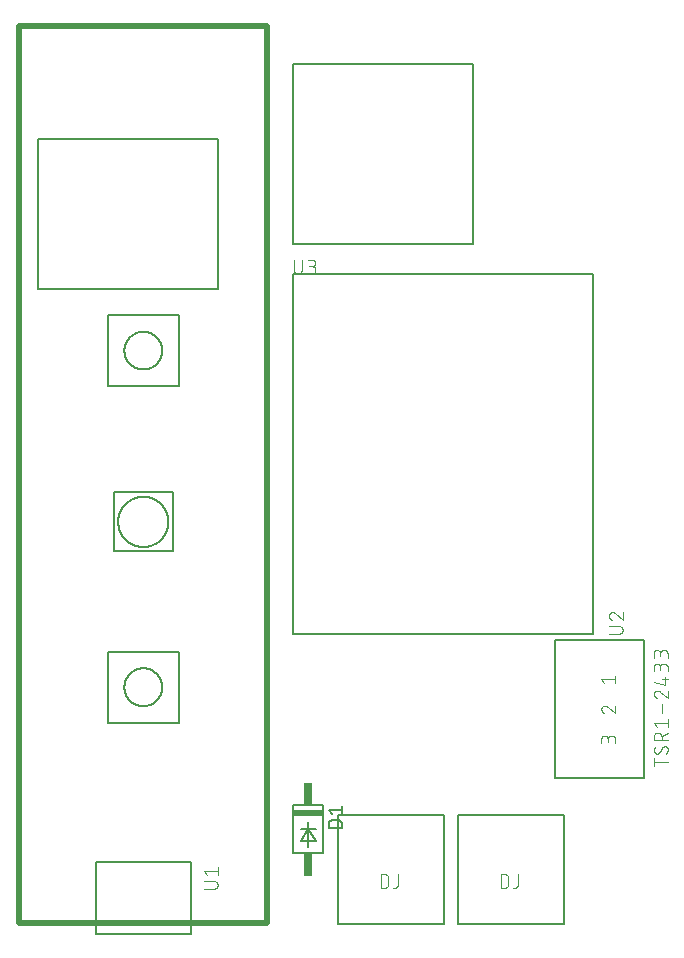
<source format=gbr>
G04 EAGLE Gerber RS-274X export*
G75*
%MOMM*%
%FSLAX34Y34*%
%LPD*%
%INSilkscreen Top*%
%IPPOS*%
%AMOC8*
5,1,8,0,0,1.08239X$1,22.5*%
G01*
%ADD10C,0.152400*%
%ADD11R,2.540000X0.508000*%
%ADD12R,0.762000X1.905000*%
%ADD13C,0.127000*%
%ADD14C,0.101600*%
%ADD15C,0.500000*%


D10*
X317500Y55880D02*
X317500Y96520D01*
X317500Y55880D02*
X342900Y55880D01*
X342900Y96520D01*
X317500Y96520D01*
X330200Y82550D02*
X330200Y76200D01*
X336550Y66040D02*
X323850Y66040D01*
X330200Y76200D01*
X330200Y60960D01*
X336550Y66040D02*
X330200Y76200D01*
X336550Y76200D01*
X330200Y76200D02*
X323850Y76200D01*
D11*
X330200Y90170D03*
D12*
X330200Y46355D03*
X330200Y106045D03*
D13*
X347345Y77724D02*
X358775Y77724D01*
X347345Y77724D02*
X347345Y80899D01*
X347347Y81010D01*
X347353Y81120D01*
X347362Y81231D01*
X347376Y81341D01*
X347393Y81450D01*
X347414Y81559D01*
X347439Y81667D01*
X347468Y81774D01*
X347500Y81880D01*
X347536Y81985D01*
X347576Y82088D01*
X347619Y82190D01*
X347666Y82291D01*
X347717Y82390D01*
X347770Y82487D01*
X347827Y82581D01*
X347888Y82674D01*
X347951Y82765D01*
X348018Y82854D01*
X348088Y82940D01*
X348161Y83023D01*
X348236Y83105D01*
X348314Y83183D01*
X348396Y83258D01*
X348479Y83331D01*
X348565Y83401D01*
X348654Y83468D01*
X348745Y83531D01*
X348838Y83592D01*
X348933Y83649D01*
X349029Y83702D01*
X349128Y83753D01*
X349229Y83800D01*
X349331Y83843D01*
X349434Y83883D01*
X349539Y83919D01*
X349645Y83951D01*
X349752Y83980D01*
X349860Y84005D01*
X349969Y84026D01*
X350078Y84043D01*
X350188Y84057D01*
X350299Y84066D01*
X350409Y84072D01*
X350520Y84074D01*
X355600Y84074D01*
X355711Y84072D01*
X355821Y84066D01*
X355932Y84057D01*
X356042Y84043D01*
X356151Y84026D01*
X356260Y84005D01*
X356368Y83980D01*
X356475Y83951D01*
X356581Y83919D01*
X356686Y83883D01*
X356789Y83843D01*
X356891Y83800D01*
X356992Y83753D01*
X357091Y83702D01*
X357188Y83649D01*
X357282Y83592D01*
X357375Y83531D01*
X357466Y83468D01*
X357555Y83401D01*
X357641Y83331D01*
X357724Y83258D01*
X357806Y83183D01*
X357884Y83105D01*
X357959Y83023D01*
X358032Y82940D01*
X358102Y82854D01*
X358169Y82765D01*
X358232Y82674D01*
X358293Y82581D01*
X358350Y82487D01*
X358403Y82390D01*
X358454Y82291D01*
X358501Y82190D01*
X358544Y82088D01*
X358584Y81985D01*
X358620Y81880D01*
X358652Y81774D01*
X358681Y81667D01*
X358706Y81559D01*
X358727Y81450D01*
X358744Y81341D01*
X358758Y81231D01*
X358767Y81120D01*
X358773Y81010D01*
X358775Y80899D01*
X358775Y77724D01*
X349885Y89535D02*
X347345Y92710D01*
X358775Y92710D01*
X358775Y89535D02*
X358775Y95885D01*
X456600Y88200D02*
X546700Y88200D01*
X546700Y-3800D01*
X456600Y-3800D01*
X456600Y88200D01*
D14*
X493108Y38392D02*
X493108Y26708D01*
X493108Y38392D02*
X496354Y38392D01*
X496467Y38390D01*
X496580Y38384D01*
X496693Y38374D01*
X496806Y38360D01*
X496918Y38343D01*
X497029Y38321D01*
X497139Y38296D01*
X497249Y38266D01*
X497357Y38233D01*
X497464Y38196D01*
X497570Y38156D01*
X497674Y38111D01*
X497777Y38063D01*
X497878Y38012D01*
X497977Y37957D01*
X498074Y37899D01*
X498169Y37837D01*
X498262Y37772D01*
X498352Y37704D01*
X498440Y37633D01*
X498526Y37558D01*
X498609Y37481D01*
X498689Y37401D01*
X498766Y37318D01*
X498841Y37232D01*
X498912Y37144D01*
X498980Y37054D01*
X499045Y36961D01*
X499107Y36866D01*
X499165Y36769D01*
X499220Y36670D01*
X499271Y36569D01*
X499319Y36466D01*
X499364Y36362D01*
X499404Y36256D01*
X499441Y36149D01*
X499474Y36041D01*
X499504Y35931D01*
X499529Y35821D01*
X499551Y35710D01*
X499568Y35598D01*
X499582Y35485D01*
X499592Y35372D01*
X499598Y35259D01*
X499600Y35146D01*
X499599Y35146D02*
X499599Y29954D01*
X499600Y29954D02*
X499598Y29841D01*
X499592Y29728D01*
X499582Y29615D01*
X499568Y29502D01*
X499551Y29390D01*
X499529Y29279D01*
X499504Y29169D01*
X499474Y29059D01*
X499441Y28951D01*
X499404Y28844D01*
X499364Y28738D01*
X499319Y28634D01*
X499271Y28531D01*
X499220Y28430D01*
X499165Y28331D01*
X499107Y28234D01*
X499045Y28139D01*
X498980Y28046D01*
X498912Y27956D01*
X498841Y27868D01*
X498766Y27782D01*
X498689Y27699D01*
X498609Y27619D01*
X498526Y27542D01*
X498440Y27467D01*
X498352Y27396D01*
X498262Y27328D01*
X498169Y27263D01*
X498074Y27201D01*
X497977Y27143D01*
X497878Y27088D01*
X497777Y27037D01*
X497674Y26989D01*
X497570Y26944D01*
X497464Y26904D01*
X497357Y26867D01*
X497249Y26834D01*
X497139Y26804D01*
X497029Y26779D01*
X496918Y26757D01*
X496806Y26740D01*
X496693Y26726D01*
X496580Y26716D01*
X496467Y26710D01*
X496354Y26708D01*
X493108Y26708D01*
X507647Y29304D02*
X507647Y38392D01*
X507646Y29304D02*
X507644Y29205D01*
X507638Y29105D01*
X507629Y29006D01*
X507616Y28908D01*
X507599Y28810D01*
X507578Y28712D01*
X507553Y28616D01*
X507525Y28521D01*
X507493Y28427D01*
X507458Y28334D01*
X507419Y28242D01*
X507376Y28152D01*
X507331Y28064D01*
X507281Y27977D01*
X507229Y27893D01*
X507173Y27810D01*
X507115Y27730D01*
X507053Y27652D01*
X506988Y27577D01*
X506920Y27504D01*
X506850Y27434D01*
X506777Y27366D01*
X506702Y27301D01*
X506624Y27239D01*
X506544Y27181D01*
X506461Y27125D01*
X506377Y27073D01*
X506290Y27023D01*
X506202Y26978D01*
X506112Y26935D01*
X506020Y26896D01*
X505927Y26861D01*
X505833Y26829D01*
X505738Y26801D01*
X505642Y26776D01*
X505544Y26755D01*
X505446Y26738D01*
X505348Y26725D01*
X505249Y26716D01*
X505149Y26710D01*
X505050Y26708D01*
X503752Y26708D01*
D13*
X445100Y88200D02*
X355000Y88200D01*
X445100Y88200D02*
X445100Y-3800D01*
X355000Y-3800D01*
X355000Y88200D01*
D14*
X391508Y38392D02*
X391508Y26708D01*
X391508Y38392D02*
X394754Y38392D01*
X394867Y38390D01*
X394980Y38384D01*
X395093Y38374D01*
X395206Y38360D01*
X395318Y38343D01*
X395429Y38321D01*
X395539Y38296D01*
X395649Y38266D01*
X395757Y38233D01*
X395864Y38196D01*
X395970Y38156D01*
X396074Y38111D01*
X396177Y38063D01*
X396278Y38012D01*
X396377Y37957D01*
X396474Y37899D01*
X396569Y37837D01*
X396662Y37772D01*
X396752Y37704D01*
X396840Y37633D01*
X396926Y37558D01*
X397009Y37481D01*
X397089Y37401D01*
X397166Y37318D01*
X397241Y37232D01*
X397312Y37144D01*
X397380Y37054D01*
X397445Y36961D01*
X397507Y36866D01*
X397565Y36769D01*
X397620Y36670D01*
X397671Y36569D01*
X397719Y36466D01*
X397764Y36362D01*
X397804Y36256D01*
X397841Y36149D01*
X397874Y36041D01*
X397904Y35931D01*
X397929Y35821D01*
X397951Y35710D01*
X397968Y35598D01*
X397982Y35485D01*
X397992Y35372D01*
X397998Y35259D01*
X398000Y35146D01*
X397999Y35146D02*
X397999Y29954D01*
X398000Y29954D02*
X397998Y29841D01*
X397992Y29728D01*
X397982Y29615D01*
X397968Y29502D01*
X397951Y29390D01*
X397929Y29279D01*
X397904Y29169D01*
X397874Y29059D01*
X397841Y28951D01*
X397804Y28844D01*
X397764Y28738D01*
X397719Y28634D01*
X397671Y28531D01*
X397620Y28430D01*
X397565Y28331D01*
X397507Y28234D01*
X397445Y28139D01*
X397380Y28046D01*
X397312Y27956D01*
X397241Y27868D01*
X397166Y27782D01*
X397089Y27699D01*
X397009Y27619D01*
X396926Y27542D01*
X396840Y27467D01*
X396752Y27396D01*
X396662Y27328D01*
X396569Y27263D01*
X396474Y27201D01*
X396377Y27143D01*
X396278Y27088D01*
X396177Y27037D01*
X396074Y26989D01*
X395970Y26944D01*
X395864Y26904D01*
X395757Y26867D01*
X395649Y26834D01*
X395539Y26804D01*
X395429Y26779D01*
X395318Y26757D01*
X395206Y26740D01*
X395093Y26726D01*
X394980Y26716D01*
X394867Y26710D01*
X394754Y26708D01*
X391508Y26708D01*
X406047Y29304D02*
X406047Y38392D01*
X406046Y29304D02*
X406044Y29205D01*
X406038Y29105D01*
X406029Y29006D01*
X406016Y28908D01*
X405999Y28810D01*
X405978Y28712D01*
X405953Y28616D01*
X405925Y28521D01*
X405893Y28427D01*
X405858Y28334D01*
X405819Y28242D01*
X405776Y28152D01*
X405731Y28064D01*
X405681Y27977D01*
X405629Y27893D01*
X405573Y27810D01*
X405515Y27730D01*
X405453Y27652D01*
X405388Y27577D01*
X405320Y27504D01*
X405250Y27434D01*
X405177Y27366D01*
X405102Y27301D01*
X405024Y27239D01*
X404944Y27181D01*
X404861Y27125D01*
X404777Y27073D01*
X404690Y27023D01*
X404602Y26978D01*
X404512Y26935D01*
X404420Y26896D01*
X404327Y26861D01*
X404233Y26829D01*
X404138Y26801D01*
X404042Y26776D01*
X403944Y26755D01*
X403846Y26738D01*
X403748Y26725D01*
X403649Y26716D01*
X403549Y26710D01*
X403450Y26708D01*
X402152Y26708D01*
D13*
X538800Y236200D02*
X614800Y236200D01*
X538800Y236200D02*
X538800Y119400D01*
X614800Y119400D01*
X614800Y236200D01*
D14*
X578358Y203200D02*
X580954Y199954D01*
X578358Y203200D02*
X590042Y203200D01*
X590042Y199954D02*
X590042Y206446D01*
X581279Y181046D02*
X581172Y181044D01*
X581066Y181038D01*
X580960Y181028D01*
X580854Y181015D01*
X580748Y180997D01*
X580644Y180976D01*
X580540Y180951D01*
X580437Y180922D01*
X580336Y180890D01*
X580236Y180853D01*
X580137Y180813D01*
X580039Y180770D01*
X579943Y180723D01*
X579849Y180672D01*
X579757Y180618D01*
X579667Y180561D01*
X579579Y180501D01*
X579494Y180437D01*
X579411Y180370D01*
X579330Y180300D01*
X579252Y180228D01*
X579176Y180152D01*
X579104Y180074D01*
X579034Y179993D01*
X578967Y179910D01*
X578903Y179825D01*
X578843Y179737D01*
X578786Y179647D01*
X578732Y179555D01*
X578681Y179461D01*
X578634Y179365D01*
X578591Y179267D01*
X578551Y179168D01*
X578514Y179068D01*
X578482Y178967D01*
X578453Y178864D01*
X578428Y178760D01*
X578407Y178656D01*
X578389Y178550D01*
X578376Y178444D01*
X578366Y178338D01*
X578360Y178232D01*
X578358Y178125D01*
X578360Y178004D01*
X578366Y177883D01*
X578376Y177763D01*
X578389Y177642D01*
X578407Y177523D01*
X578428Y177403D01*
X578453Y177285D01*
X578482Y177168D01*
X578515Y177051D01*
X578551Y176936D01*
X578592Y176822D01*
X578635Y176709D01*
X578683Y176597D01*
X578734Y176488D01*
X578789Y176380D01*
X578847Y176273D01*
X578908Y176169D01*
X578973Y176067D01*
X579041Y175967D01*
X579112Y175869D01*
X579186Y175773D01*
X579263Y175680D01*
X579344Y175590D01*
X579427Y175502D01*
X579513Y175417D01*
X579602Y175334D01*
X579693Y175255D01*
X579787Y175178D01*
X579883Y175105D01*
X579981Y175035D01*
X580082Y174968D01*
X580185Y174904D01*
X580290Y174844D01*
X580397Y174786D01*
X580505Y174733D01*
X580615Y174683D01*
X580727Y174637D01*
X580840Y174594D01*
X580955Y174555D01*
X583551Y180071D02*
X583473Y180150D01*
X583393Y180226D01*
X583310Y180299D01*
X583224Y180369D01*
X583137Y180436D01*
X583046Y180500D01*
X582954Y180560D01*
X582860Y180618D01*
X582763Y180672D01*
X582665Y180722D01*
X582565Y180769D01*
X582464Y180813D01*
X582361Y180853D01*
X582256Y180889D01*
X582151Y180921D01*
X582044Y180950D01*
X581937Y180975D01*
X581828Y180997D01*
X581719Y181014D01*
X581610Y181028D01*
X581500Y181037D01*
X581389Y181043D01*
X581279Y181045D01*
X583551Y180072D02*
X590042Y174554D01*
X590042Y181046D01*
X590042Y152400D02*
X590042Y149154D01*
X590042Y152400D02*
X590040Y152513D01*
X590034Y152626D01*
X590024Y152739D01*
X590010Y152852D01*
X589993Y152964D01*
X589971Y153075D01*
X589946Y153185D01*
X589916Y153295D01*
X589883Y153403D01*
X589846Y153510D01*
X589806Y153616D01*
X589761Y153720D01*
X589713Y153823D01*
X589662Y153924D01*
X589607Y154023D01*
X589549Y154120D01*
X589487Y154215D01*
X589422Y154308D01*
X589354Y154398D01*
X589283Y154486D01*
X589208Y154572D01*
X589131Y154655D01*
X589051Y154735D01*
X588968Y154812D01*
X588882Y154887D01*
X588794Y154958D01*
X588704Y155026D01*
X588611Y155091D01*
X588516Y155153D01*
X588419Y155211D01*
X588320Y155266D01*
X588219Y155317D01*
X588116Y155365D01*
X588012Y155410D01*
X587906Y155450D01*
X587799Y155487D01*
X587691Y155520D01*
X587581Y155550D01*
X587471Y155575D01*
X587360Y155597D01*
X587248Y155614D01*
X587135Y155628D01*
X587022Y155638D01*
X586909Y155644D01*
X586796Y155646D01*
X586683Y155644D01*
X586570Y155638D01*
X586457Y155628D01*
X586344Y155614D01*
X586232Y155597D01*
X586121Y155575D01*
X586011Y155550D01*
X585901Y155520D01*
X585793Y155487D01*
X585686Y155450D01*
X585580Y155410D01*
X585476Y155365D01*
X585373Y155317D01*
X585272Y155266D01*
X585173Y155211D01*
X585076Y155153D01*
X584981Y155091D01*
X584888Y155026D01*
X584798Y154958D01*
X584710Y154887D01*
X584624Y154812D01*
X584541Y154735D01*
X584461Y154655D01*
X584384Y154572D01*
X584309Y154486D01*
X584238Y154398D01*
X584170Y154308D01*
X584105Y154215D01*
X584043Y154120D01*
X583985Y154023D01*
X583930Y153924D01*
X583879Y153823D01*
X583831Y153720D01*
X583786Y153616D01*
X583746Y153510D01*
X583709Y153403D01*
X583676Y153295D01*
X583646Y153185D01*
X583621Y153075D01*
X583599Y152964D01*
X583582Y152852D01*
X583568Y152739D01*
X583558Y152626D01*
X583552Y152513D01*
X583550Y152400D01*
X578358Y153049D02*
X578358Y149154D01*
X578358Y153049D02*
X578360Y153150D01*
X578366Y153250D01*
X578376Y153350D01*
X578389Y153450D01*
X578407Y153549D01*
X578428Y153648D01*
X578453Y153745D01*
X578482Y153842D01*
X578515Y153937D01*
X578551Y154031D01*
X578591Y154123D01*
X578634Y154214D01*
X578681Y154303D01*
X578731Y154390D01*
X578785Y154476D01*
X578842Y154559D01*
X578902Y154639D01*
X578965Y154718D01*
X579032Y154794D01*
X579101Y154867D01*
X579173Y154937D01*
X579247Y155005D01*
X579324Y155070D01*
X579404Y155131D01*
X579486Y155190D01*
X579570Y155245D01*
X579656Y155297D01*
X579744Y155346D01*
X579834Y155391D01*
X579926Y155433D01*
X580019Y155471D01*
X580114Y155505D01*
X580209Y155536D01*
X580306Y155563D01*
X580404Y155586D01*
X580503Y155606D01*
X580603Y155621D01*
X580703Y155633D01*
X580803Y155641D01*
X580904Y155645D01*
X581004Y155645D01*
X581105Y155641D01*
X581205Y155633D01*
X581305Y155621D01*
X581405Y155606D01*
X581504Y155586D01*
X581602Y155563D01*
X581699Y155536D01*
X581794Y155505D01*
X581889Y155471D01*
X581982Y155433D01*
X582074Y155391D01*
X582164Y155346D01*
X582252Y155297D01*
X582338Y155245D01*
X582422Y155190D01*
X582504Y155131D01*
X582584Y155070D01*
X582661Y155005D01*
X582735Y154937D01*
X582807Y154867D01*
X582876Y154794D01*
X582943Y154718D01*
X583006Y154639D01*
X583066Y154559D01*
X583123Y154476D01*
X583177Y154390D01*
X583227Y154303D01*
X583274Y154214D01*
X583317Y154123D01*
X583357Y154031D01*
X583393Y153937D01*
X583426Y153842D01*
X583455Y153745D01*
X583480Y153648D01*
X583501Y153549D01*
X583519Y153450D01*
X583532Y153350D01*
X583542Y153250D01*
X583548Y153150D01*
X583550Y153049D01*
X583551Y153049D02*
X583551Y150453D01*
X622808Y133026D02*
X634492Y133026D01*
X622808Y129780D02*
X622808Y136271D01*
X631896Y146558D02*
X631995Y146556D01*
X632095Y146550D01*
X632194Y146541D01*
X632292Y146528D01*
X632390Y146511D01*
X632488Y146490D01*
X632584Y146465D01*
X632679Y146437D01*
X632773Y146405D01*
X632866Y146370D01*
X632958Y146331D01*
X633048Y146288D01*
X633136Y146243D01*
X633223Y146193D01*
X633307Y146141D01*
X633390Y146085D01*
X633470Y146027D01*
X633548Y145965D01*
X633623Y145900D01*
X633696Y145832D01*
X633766Y145762D01*
X633834Y145689D01*
X633899Y145614D01*
X633961Y145536D01*
X634019Y145456D01*
X634075Y145373D01*
X634127Y145289D01*
X634177Y145202D01*
X634222Y145114D01*
X634265Y145024D01*
X634304Y144932D01*
X634339Y144839D01*
X634371Y144745D01*
X634399Y144650D01*
X634424Y144554D01*
X634445Y144456D01*
X634462Y144358D01*
X634475Y144260D01*
X634484Y144161D01*
X634490Y144061D01*
X634492Y143962D01*
X634490Y143818D01*
X634484Y143673D01*
X634475Y143529D01*
X634462Y143386D01*
X634445Y143242D01*
X634424Y143099D01*
X634399Y142957D01*
X634371Y142816D01*
X634339Y142675D01*
X634303Y142535D01*
X634264Y142396D01*
X634221Y142258D01*
X634174Y142122D01*
X634124Y141986D01*
X634070Y141852D01*
X634013Y141720D01*
X633952Y141589D01*
X633888Y141460D01*
X633820Y141332D01*
X633750Y141206D01*
X633675Y141082D01*
X633598Y140961D01*
X633517Y140841D01*
X633434Y140723D01*
X633347Y140608D01*
X633257Y140495D01*
X633164Y140384D01*
X633069Y140276D01*
X632970Y140170D01*
X632869Y140067D01*
X625404Y140392D02*
X625305Y140394D01*
X625205Y140400D01*
X625106Y140409D01*
X625008Y140422D01*
X624910Y140439D01*
X624812Y140460D01*
X624716Y140485D01*
X624621Y140513D01*
X624527Y140545D01*
X624434Y140580D01*
X624342Y140619D01*
X624252Y140662D01*
X624164Y140707D01*
X624077Y140757D01*
X623993Y140809D01*
X623910Y140865D01*
X623830Y140923D01*
X623752Y140985D01*
X623677Y141050D01*
X623604Y141118D01*
X623534Y141188D01*
X623466Y141261D01*
X623401Y141336D01*
X623339Y141414D01*
X623281Y141494D01*
X623225Y141577D01*
X623173Y141661D01*
X623123Y141748D01*
X623078Y141836D01*
X623035Y141926D01*
X622996Y142018D01*
X622961Y142111D01*
X622929Y142205D01*
X622901Y142300D01*
X622876Y142396D01*
X622855Y142494D01*
X622838Y142592D01*
X622825Y142690D01*
X622816Y142789D01*
X622810Y142889D01*
X622808Y142988D01*
X622810Y143124D01*
X622816Y143260D01*
X622825Y143396D01*
X622838Y143532D01*
X622856Y143667D01*
X622876Y143801D01*
X622901Y143935D01*
X622929Y144069D01*
X622962Y144201D01*
X622997Y144332D01*
X623037Y144463D01*
X623080Y144592D01*
X623126Y144720D01*
X623177Y144846D01*
X623230Y144972D01*
X623288Y145095D01*
X623348Y145217D01*
X623412Y145337D01*
X623480Y145456D01*
X623550Y145572D01*
X623624Y145686D01*
X623701Y145799D01*
X623782Y145909D01*
X627676Y141690D02*
X627623Y141604D01*
X627566Y141520D01*
X627507Y141438D01*
X627444Y141358D01*
X627378Y141281D01*
X627310Y141206D01*
X627238Y141134D01*
X627164Y141065D01*
X627087Y140999D01*
X627008Y140936D01*
X626926Y140876D01*
X626842Y140819D01*
X626756Y140765D01*
X626668Y140715D01*
X626578Y140668D01*
X626487Y140624D01*
X626393Y140585D01*
X626299Y140548D01*
X626203Y140516D01*
X626105Y140487D01*
X626007Y140462D01*
X625908Y140441D01*
X625808Y140423D01*
X625708Y140410D01*
X625607Y140400D01*
X625505Y140394D01*
X625404Y140392D01*
X629624Y145260D02*
X629677Y145346D01*
X629734Y145430D01*
X629793Y145512D01*
X629856Y145592D01*
X629922Y145669D01*
X629990Y145744D01*
X630062Y145816D01*
X630136Y145885D01*
X630213Y145951D01*
X630292Y146014D01*
X630374Y146074D01*
X630458Y146131D01*
X630544Y146185D01*
X630632Y146235D01*
X630722Y146282D01*
X630813Y146326D01*
X630907Y146365D01*
X631001Y146402D01*
X631097Y146434D01*
X631195Y146463D01*
X631293Y146488D01*
X631392Y146509D01*
X631492Y146527D01*
X631592Y146540D01*
X631693Y146550D01*
X631795Y146556D01*
X631896Y146558D01*
X629624Y145260D02*
X627676Y141690D01*
X622808Y151571D02*
X634492Y151571D01*
X622808Y151571D02*
X622808Y154816D01*
X622810Y154929D01*
X622816Y155042D01*
X622826Y155155D01*
X622840Y155268D01*
X622857Y155380D01*
X622879Y155491D01*
X622904Y155601D01*
X622934Y155711D01*
X622967Y155819D01*
X623004Y155926D01*
X623044Y156032D01*
X623089Y156136D01*
X623137Y156239D01*
X623188Y156340D01*
X623243Y156439D01*
X623301Y156536D01*
X623363Y156631D01*
X623428Y156724D01*
X623496Y156814D01*
X623567Y156902D01*
X623642Y156988D01*
X623719Y157071D01*
X623799Y157151D01*
X623882Y157228D01*
X623968Y157303D01*
X624056Y157374D01*
X624146Y157442D01*
X624239Y157507D01*
X624334Y157569D01*
X624431Y157627D01*
X624530Y157682D01*
X624631Y157733D01*
X624734Y157781D01*
X624838Y157826D01*
X624944Y157866D01*
X625051Y157903D01*
X625159Y157936D01*
X625269Y157966D01*
X625379Y157991D01*
X625490Y158013D01*
X625602Y158030D01*
X625715Y158044D01*
X625828Y158054D01*
X625941Y158060D01*
X626054Y158062D01*
X626167Y158060D01*
X626280Y158054D01*
X626393Y158044D01*
X626506Y158030D01*
X626618Y158013D01*
X626729Y157991D01*
X626839Y157966D01*
X626949Y157936D01*
X627057Y157903D01*
X627164Y157866D01*
X627270Y157826D01*
X627374Y157781D01*
X627477Y157733D01*
X627578Y157682D01*
X627677Y157627D01*
X627774Y157569D01*
X627869Y157507D01*
X627962Y157442D01*
X628052Y157374D01*
X628140Y157303D01*
X628226Y157228D01*
X628309Y157151D01*
X628389Y157071D01*
X628466Y156988D01*
X628541Y156902D01*
X628612Y156814D01*
X628680Y156724D01*
X628745Y156631D01*
X628807Y156536D01*
X628865Y156439D01*
X628920Y156340D01*
X628971Y156239D01*
X629019Y156136D01*
X629064Y156032D01*
X629104Y155926D01*
X629141Y155819D01*
X629174Y155711D01*
X629204Y155601D01*
X629229Y155491D01*
X629251Y155380D01*
X629268Y155268D01*
X629282Y155155D01*
X629292Y155042D01*
X629298Y154929D01*
X629300Y154816D01*
X629299Y154816D02*
X629299Y151571D01*
X629299Y155465D02*
X634492Y158062D01*
X625404Y162927D02*
X622808Y166173D01*
X634492Y166173D01*
X634492Y169418D02*
X634492Y162927D01*
X629948Y174470D02*
X629948Y182259D01*
X622808Y190881D02*
X622810Y190988D01*
X622816Y191094D01*
X622826Y191200D01*
X622839Y191306D01*
X622857Y191412D01*
X622878Y191516D01*
X622903Y191620D01*
X622932Y191723D01*
X622964Y191824D01*
X623001Y191924D01*
X623041Y192023D01*
X623084Y192121D01*
X623131Y192217D01*
X623182Y192311D01*
X623236Y192403D01*
X623293Y192493D01*
X623353Y192581D01*
X623417Y192666D01*
X623484Y192749D01*
X623554Y192830D01*
X623626Y192908D01*
X623702Y192984D01*
X623780Y193056D01*
X623861Y193126D01*
X623944Y193193D01*
X624029Y193257D01*
X624117Y193317D01*
X624207Y193374D01*
X624299Y193428D01*
X624393Y193479D01*
X624489Y193526D01*
X624587Y193569D01*
X624686Y193609D01*
X624786Y193646D01*
X624887Y193678D01*
X624990Y193707D01*
X625094Y193732D01*
X625198Y193753D01*
X625304Y193771D01*
X625410Y193784D01*
X625516Y193794D01*
X625622Y193800D01*
X625729Y193802D01*
X622808Y190881D02*
X622810Y190760D01*
X622816Y190639D01*
X622826Y190519D01*
X622839Y190398D01*
X622857Y190279D01*
X622878Y190159D01*
X622903Y190041D01*
X622932Y189924D01*
X622965Y189807D01*
X623001Y189692D01*
X623042Y189578D01*
X623085Y189465D01*
X623133Y189353D01*
X623184Y189244D01*
X623239Y189136D01*
X623297Y189029D01*
X623358Y188925D01*
X623423Y188823D01*
X623491Y188723D01*
X623562Y188625D01*
X623636Y188529D01*
X623713Y188436D01*
X623794Y188346D01*
X623877Y188258D01*
X623963Y188173D01*
X624052Y188090D01*
X624143Y188011D01*
X624237Y187934D01*
X624333Y187861D01*
X624431Y187791D01*
X624532Y187724D01*
X624635Y187660D01*
X624740Y187600D01*
X624847Y187542D01*
X624955Y187489D01*
X625065Y187439D01*
X625177Y187393D01*
X625290Y187350D01*
X625405Y187311D01*
X628001Y192828D02*
X627923Y192907D01*
X627843Y192983D01*
X627760Y193056D01*
X627674Y193126D01*
X627587Y193193D01*
X627496Y193257D01*
X627404Y193317D01*
X627310Y193375D01*
X627213Y193429D01*
X627115Y193479D01*
X627015Y193526D01*
X626914Y193570D01*
X626811Y193610D01*
X626706Y193646D01*
X626601Y193678D01*
X626494Y193707D01*
X626387Y193732D01*
X626278Y193754D01*
X626169Y193771D01*
X626060Y193785D01*
X625950Y193794D01*
X625839Y193800D01*
X625729Y193802D01*
X628001Y192828D02*
X634492Y187311D01*
X634492Y193802D01*
X631896Y198741D02*
X622808Y201337D01*
X631896Y198741D02*
X631896Y205232D01*
X629299Y203285D02*
X634492Y203285D01*
X634492Y210171D02*
X634492Y213416D01*
X634490Y213529D01*
X634484Y213642D01*
X634474Y213755D01*
X634460Y213868D01*
X634443Y213980D01*
X634421Y214091D01*
X634396Y214201D01*
X634366Y214311D01*
X634333Y214419D01*
X634296Y214526D01*
X634256Y214632D01*
X634211Y214736D01*
X634163Y214839D01*
X634112Y214940D01*
X634057Y215039D01*
X633999Y215136D01*
X633937Y215231D01*
X633872Y215324D01*
X633804Y215414D01*
X633733Y215502D01*
X633658Y215588D01*
X633581Y215671D01*
X633501Y215751D01*
X633418Y215828D01*
X633332Y215903D01*
X633244Y215974D01*
X633154Y216042D01*
X633061Y216107D01*
X632966Y216169D01*
X632869Y216227D01*
X632770Y216282D01*
X632669Y216333D01*
X632566Y216381D01*
X632462Y216426D01*
X632356Y216466D01*
X632249Y216503D01*
X632141Y216536D01*
X632031Y216566D01*
X631921Y216591D01*
X631810Y216613D01*
X631698Y216630D01*
X631585Y216644D01*
X631472Y216654D01*
X631359Y216660D01*
X631246Y216662D01*
X631133Y216660D01*
X631020Y216654D01*
X630907Y216644D01*
X630794Y216630D01*
X630682Y216613D01*
X630571Y216591D01*
X630461Y216566D01*
X630351Y216536D01*
X630243Y216503D01*
X630136Y216466D01*
X630030Y216426D01*
X629926Y216381D01*
X629823Y216333D01*
X629722Y216282D01*
X629623Y216227D01*
X629526Y216169D01*
X629431Y216107D01*
X629338Y216042D01*
X629248Y215974D01*
X629160Y215903D01*
X629074Y215828D01*
X628991Y215751D01*
X628911Y215671D01*
X628834Y215588D01*
X628759Y215502D01*
X628688Y215414D01*
X628620Y215324D01*
X628555Y215231D01*
X628493Y215136D01*
X628435Y215039D01*
X628380Y214940D01*
X628329Y214839D01*
X628281Y214736D01*
X628236Y214632D01*
X628196Y214526D01*
X628159Y214419D01*
X628126Y214311D01*
X628096Y214201D01*
X628071Y214091D01*
X628049Y213980D01*
X628032Y213868D01*
X628018Y213755D01*
X628008Y213642D01*
X628002Y213529D01*
X628000Y213416D01*
X622808Y214066D02*
X622808Y210171D01*
X622808Y214066D02*
X622810Y214167D01*
X622816Y214267D01*
X622826Y214367D01*
X622839Y214467D01*
X622857Y214566D01*
X622878Y214665D01*
X622903Y214762D01*
X622932Y214859D01*
X622965Y214954D01*
X623001Y215048D01*
X623041Y215140D01*
X623084Y215231D01*
X623131Y215320D01*
X623181Y215407D01*
X623235Y215493D01*
X623292Y215576D01*
X623352Y215656D01*
X623415Y215735D01*
X623482Y215811D01*
X623551Y215884D01*
X623623Y215954D01*
X623697Y216022D01*
X623774Y216087D01*
X623854Y216148D01*
X623936Y216207D01*
X624020Y216262D01*
X624106Y216314D01*
X624194Y216363D01*
X624284Y216408D01*
X624376Y216450D01*
X624469Y216488D01*
X624564Y216522D01*
X624659Y216553D01*
X624756Y216580D01*
X624854Y216603D01*
X624953Y216623D01*
X625053Y216638D01*
X625153Y216650D01*
X625253Y216658D01*
X625354Y216662D01*
X625454Y216662D01*
X625555Y216658D01*
X625655Y216650D01*
X625755Y216638D01*
X625855Y216623D01*
X625954Y216603D01*
X626052Y216580D01*
X626149Y216553D01*
X626244Y216522D01*
X626339Y216488D01*
X626432Y216450D01*
X626524Y216408D01*
X626614Y216363D01*
X626702Y216314D01*
X626788Y216262D01*
X626872Y216207D01*
X626954Y216148D01*
X627034Y216087D01*
X627111Y216022D01*
X627185Y215954D01*
X627257Y215884D01*
X627326Y215811D01*
X627393Y215735D01*
X627456Y215656D01*
X627516Y215576D01*
X627573Y215493D01*
X627627Y215407D01*
X627677Y215320D01*
X627724Y215231D01*
X627767Y215140D01*
X627807Y215048D01*
X627843Y214954D01*
X627876Y214859D01*
X627905Y214762D01*
X627930Y214665D01*
X627951Y214566D01*
X627969Y214467D01*
X627982Y214367D01*
X627992Y214267D01*
X627998Y214167D01*
X628000Y214066D01*
X628001Y214066D02*
X628001Y211469D01*
X634492Y221601D02*
X634492Y224846D01*
X634490Y224959D01*
X634484Y225072D01*
X634474Y225185D01*
X634460Y225298D01*
X634443Y225410D01*
X634421Y225521D01*
X634396Y225631D01*
X634366Y225741D01*
X634333Y225849D01*
X634296Y225956D01*
X634256Y226062D01*
X634211Y226166D01*
X634163Y226269D01*
X634112Y226370D01*
X634057Y226469D01*
X633999Y226566D01*
X633937Y226661D01*
X633872Y226754D01*
X633804Y226844D01*
X633733Y226932D01*
X633658Y227018D01*
X633581Y227101D01*
X633501Y227181D01*
X633418Y227258D01*
X633332Y227333D01*
X633244Y227404D01*
X633154Y227472D01*
X633061Y227537D01*
X632966Y227599D01*
X632869Y227657D01*
X632770Y227712D01*
X632669Y227763D01*
X632566Y227811D01*
X632462Y227856D01*
X632356Y227896D01*
X632249Y227933D01*
X632141Y227966D01*
X632031Y227996D01*
X631921Y228021D01*
X631810Y228043D01*
X631698Y228060D01*
X631585Y228074D01*
X631472Y228084D01*
X631359Y228090D01*
X631246Y228092D01*
X631133Y228090D01*
X631020Y228084D01*
X630907Y228074D01*
X630794Y228060D01*
X630682Y228043D01*
X630571Y228021D01*
X630461Y227996D01*
X630351Y227966D01*
X630243Y227933D01*
X630136Y227896D01*
X630030Y227856D01*
X629926Y227811D01*
X629823Y227763D01*
X629722Y227712D01*
X629623Y227657D01*
X629526Y227599D01*
X629431Y227537D01*
X629338Y227472D01*
X629248Y227404D01*
X629160Y227333D01*
X629074Y227258D01*
X628991Y227181D01*
X628911Y227101D01*
X628834Y227018D01*
X628759Y226932D01*
X628688Y226844D01*
X628620Y226754D01*
X628555Y226661D01*
X628493Y226566D01*
X628435Y226469D01*
X628380Y226370D01*
X628329Y226269D01*
X628281Y226166D01*
X628236Y226062D01*
X628196Y225956D01*
X628159Y225849D01*
X628126Y225741D01*
X628096Y225631D01*
X628071Y225521D01*
X628049Y225410D01*
X628032Y225298D01*
X628018Y225185D01*
X628008Y225072D01*
X628002Y224959D01*
X628000Y224846D01*
X622808Y225496D02*
X622808Y221601D01*
X622808Y225496D02*
X622810Y225597D01*
X622816Y225697D01*
X622826Y225797D01*
X622839Y225897D01*
X622857Y225996D01*
X622878Y226095D01*
X622903Y226192D01*
X622932Y226289D01*
X622965Y226384D01*
X623001Y226478D01*
X623041Y226570D01*
X623084Y226661D01*
X623131Y226750D01*
X623181Y226837D01*
X623235Y226923D01*
X623292Y227006D01*
X623352Y227086D01*
X623415Y227165D01*
X623482Y227241D01*
X623551Y227314D01*
X623623Y227384D01*
X623697Y227452D01*
X623774Y227517D01*
X623854Y227578D01*
X623936Y227637D01*
X624020Y227692D01*
X624106Y227744D01*
X624194Y227793D01*
X624284Y227838D01*
X624376Y227880D01*
X624469Y227918D01*
X624564Y227952D01*
X624659Y227983D01*
X624756Y228010D01*
X624854Y228033D01*
X624953Y228053D01*
X625053Y228068D01*
X625153Y228080D01*
X625253Y228088D01*
X625354Y228092D01*
X625454Y228092D01*
X625555Y228088D01*
X625655Y228080D01*
X625755Y228068D01*
X625855Y228053D01*
X625954Y228033D01*
X626052Y228010D01*
X626149Y227983D01*
X626244Y227952D01*
X626339Y227918D01*
X626432Y227880D01*
X626524Y227838D01*
X626614Y227793D01*
X626702Y227744D01*
X626788Y227692D01*
X626872Y227637D01*
X626954Y227578D01*
X627034Y227517D01*
X627111Y227452D01*
X627185Y227384D01*
X627257Y227314D01*
X627326Y227241D01*
X627393Y227165D01*
X627456Y227086D01*
X627516Y227006D01*
X627573Y226923D01*
X627627Y226837D01*
X627677Y226750D01*
X627724Y226661D01*
X627767Y226570D01*
X627807Y226478D01*
X627843Y226384D01*
X627876Y226289D01*
X627905Y226192D01*
X627930Y226095D01*
X627951Y225996D01*
X627969Y225897D01*
X627982Y225797D01*
X627992Y225697D01*
X627998Y225597D01*
X628000Y225496D01*
X628001Y225496D02*
X628001Y222899D01*
D15*
X295500Y-3300D02*
X85500Y-3300D01*
X85500Y756700D02*
X295500Y756700D01*
X85500Y756700D02*
X85500Y-3300D01*
D13*
X165500Y311700D02*
X165500Y361700D01*
X165500Y311700D02*
X215500Y311700D01*
X215500Y361700D01*
X165500Y361700D01*
X150500Y48700D02*
X150500Y-12700D01*
X230500Y-12700D01*
X230500Y48700D01*
X150500Y48700D01*
X160500Y166700D02*
X160500Y226700D01*
X220500Y226700D01*
X220500Y166700D01*
X160500Y166700D01*
X160500Y511700D02*
X220500Y511700D01*
X220500Y451700D01*
X160500Y451700D01*
X160500Y511700D01*
X101600Y533400D02*
X101600Y660400D01*
X101600Y533400D02*
X254000Y533400D01*
X254000Y660400D01*
X101600Y660400D01*
D15*
X295500Y756700D02*
X295500Y-3300D01*
D13*
X174500Y196700D02*
X174505Y197093D01*
X174519Y197485D01*
X174543Y197877D01*
X174577Y198268D01*
X174620Y198659D01*
X174673Y199048D01*
X174736Y199435D01*
X174807Y199821D01*
X174889Y200206D01*
X174979Y200588D01*
X175080Y200967D01*
X175189Y201345D01*
X175308Y201719D01*
X175435Y202090D01*
X175572Y202458D01*
X175718Y202823D01*
X175873Y203184D01*
X176036Y203541D01*
X176208Y203894D01*
X176389Y204242D01*
X176579Y204586D01*
X176776Y204926D01*
X176982Y205260D01*
X177196Y205589D01*
X177419Y205913D01*
X177649Y206231D01*
X177886Y206544D01*
X178132Y206850D01*
X178385Y207151D01*
X178645Y207445D01*
X178912Y207733D01*
X179186Y208014D01*
X179467Y208288D01*
X179755Y208555D01*
X180049Y208815D01*
X180350Y209068D01*
X180656Y209314D01*
X180969Y209551D01*
X181287Y209781D01*
X181611Y210004D01*
X181940Y210218D01*
X182274Y210424D01*
X182614Y210621D01*
X182958Y210811D01*
X183306Y210992D01*
X183659Y211164D01*
X184016Y211327D01*
X184377Y211482D01*
X184742Y211628D01*
X185110Y211765D01*
X185481Y211892D01*
X185855Y212011D01*
X186233Y212120D01*
X186612Y212221D01*
X186994Y212311D01*
X187379Y212393D01*
X187765Y212464D01*
X188152Y212527D01*
X188541Y212580D01*
X188932Y212623D01*
X189323Y212657D01*
X189715Y212681D01*
X190107Y212695D01*
X190500Y212700D01*
X190893Y212695D01*
X191285Y212681D01*
X191677Y212657D01*
X192068Y212623D01*
X192459Y212580D01*
X192848Y212527D01*
X193235Y212464D01*
X193621Y212393D01*
X194006Y212311D01*
X194388Y212221D01*
X194767Y212120D01*
X195145Y212011D01*
X195519Y211892D01*
X195890Y211765D01*
X196258Y211628D01*
X196623Y211482D01*
X196984Y211327D01*
X197341Y211164D01*
X197694Y210992D01*
X198042Y210811D01*
X198386Y210621D01*
X198726Y210424D01*
X199060Y210218D01*
X199389Y210004D01*
X199713Y209781D01*
X200031Y209551D01*
X200344Y209314D01*
X200650Y209068D01*
X200951Y208815D01*
X201245Y208555D01*
X201533Y208288D01*
X201814Y208014D01*
X202088Y207733D01*
X202355Y207445D01*
X202615Y207151D01*
X202868Y206850D01*
X203114Y206544D01*
X203351Y206231D01*
X203581Y205913D01*
X203804Y205589D01*
X204018Y205260D01*
X204224Y204926D01*
X204421Y204586D01*
X204611Y204242D01*
X204792Y203894D01*
X204964Y203541D01*
X205127Y203184D01*
X205282Y202823D01*
X205428Y202458D01*
X205565Y202090D01*
X205692Y201719D01*
X205811Y201345D01*
X205920Y200967D01*
X206021Y200588D01*
X206111Y200206D01*
X206193Y199821D01*
X206264Y199435D01*
X206327Y199048D01*
X206380Y198659D01*
X206423Y198268D01*
X206457Y197877D01*
X206481Y197485D01*
X206495Y197093D01*
X206500Y196700D01*
X206495Y196307D01*
X206481Y195915D01*
X206457Y195523D01*
X206423Y195132D01*
X206380Y194741D01*
X206327Y194352D01*
X206264Y193965D01*
X206193Y193579D01*
X206111Y193194D01*
X206021Y192812D01*
X205920Y192433D01*
X205811Y192055D01*
X205692Y191681D01*
X205565Y191310D01*
X205428Y190942D01*
X205282Y190577D01*
X205127Y190216D01*
X204964Y189859D01*
X204792Y189506D01*
X204611Y189158D01*
X204421Y188814D01*
X204224Y188474D01*
X204018Y188140D01*
X203804Y187811D01*
X203581Y187487D01*
X203351Y187169D01*
X203114Y186856D01*
X202868Y186550D01*
X202615Y186249D01*
X202355Y185955D01*
X202088Y185667D01*
X201814Y185386D01*
X201533Y185112D01*
X201245Y184845D01*
X200951Y184585D01*
X200650Y184332D01*
X200344Y184086D01*
X200031Y183849D01*
X199713Y183619D01*
X199389Y183396D01*
X199060Y183182D01*
X198726Y182976D01*
X198386Y182779D01*
X198042Y182589D01*
X197694Y182408D01*
X197341Y182236D01*
X196984Y182073D01*
X196623Y181918D01*
X196258Y181772D01*
X195890Y181635D01*
X195519Y181508D01*
X195145Y181389D01*
X194767Y181280D01*
X194388Y181179D01*
X194006Y181089D01*
X193621Y181007D01*
X193235Y180936D01*
X192848Y180873D01*
X192459Y180820D01*
X192068Y180777D01*
X191677Y180743D01*
X191285Y180719D01*
X190893Y180705D01*
X190500Y180700D01*
X190107Y180705D01*
X189715Y180719D01*
X189323Y180743D01*
X188932Y180777D01*
X188541Y180820D01*
X188152Y180873D01*
X187765Y180936D01*
X187379Y181007D01*
X186994Y181089D01*
X186612Y181179D01*
X186233Y181280D01*
X185855Y181389D01*
X185481Y181508D01*
X185110Y181635D01*
X184742Y181772D01*
X184377Y181918D01*
X184016Y182073D01*
X183659Y182236D01*
X183306Y182408D01*
X182958Y182589D01*
X182614Y182779D01*
X182274Y182976D01*
X181940Y183182D01*
X181611Y183396D01*
X181287Y183619D01*
X180969Y183849D01*
X180656Y184086D01*
X180350Y184332D01*
X180049Y184585D01*
X179755Y184845D01*
X179467Y185112D01*
X179186Y185386D01*
X178912Y185667D01*
X178645Y185955D01*
X178385Y186249D01*
X178132Y186550D01*
X177886Y186856D01*
X177649Y187169D01*
X177419Y187487D01*
X177196Y187811D01*
X176982Y188140D01*
X176776Y188474D01*
X176579Y188814D01*
X176389Y189158D01*
X176208Y189506D01*
X176036Y189859D01*
X175873Y190216D01*
X175718Y190577D01*
X175572Y190942D01*
X175435Y191310D01*
X175308Y191681D01*
X175189Y192055D01*
X175080Y192433D01*
X174979Y192812D01*
X174889Y193194D01*
X174807Y193579D01*
X174736Y193965D01*
X174673Y194352D01*
X174620Y194741D01*
X174577Y195132D01*
X174543Y195523D01*
X174519Y195915D01*
X174505Y196307D01*
X174500Y196700D01*
X174500Y481700D02*
X174505Y482093D01*
X174519Y482485D01*
X174543Y482877D01*
X174577Y483268D01*
X174620Y483659D01*
X174673Y484048D01*
X174736Y484435D01*
X174807Y484821D01*
X174889Y485206D01*
X174979Y485588D01*
X175080Y485967D01*
X175189Y486345D01*
X175308Y486719D01*
X175435Y487090D01*
X175572Y487458D01*
X175718Y487823D01*
X175873Y488184D01*
X176036Y488541D01*
X176208Y488894D01*
X176389Y489242D01*
X176579Y489586D01*
X176776Y489926D01*
X176982Y490260D01*
X177196Y490589D01*
X177419Y490913D01*
X177649Y491231D01*
X177886Y491544D01*
X178132Y491850D01*
X178385Y492151D01*
X178645Y492445D01*
X178912Y492733D01*
X179186Y493014D01*
X179467Y493288D01*
X179755Y493555D01*
X180049Y493815D01*
X180350Y494068D01*
X180656Y494314D01*
X180969Y494551D01*
X181287Y494781D01*
X181611Y495004D01*
X181940Y495218D01*
X182274Y495424D01*
X182614Y495621D01*
X182958Y495811D01*
X183306Y495992D01*
X183659Y496164D01*
X184016Y496327D01*
X184377Y496482D01*
X184742Y496628D01*
X185110Y496765D01*
X185481Y496892D01*
X185855Y497011D01*
X186233Y497120D01*
X186612Y497221D01*
X186994Y497311D01*
X187379Y497393D01*
X187765Y497464D01*
X188152Y497527D01*
X188541Y497580D01*
X188932Y497623D01*
X189323Y497657D01*
X189715Y497681D01*
X190107Y497695D01*
X190500Y497700D01*
X190893Y497695D01*
X191285Y497681D01*
X191677Y497657D01*
X192068Y497623D01*
X192459Y497580D01*
X192848Y497527D01*
X193235Y497464D01*
X193621Y497393D01*
X194006Y497311D01*
X194388Y497221D01*
X194767Y497120D01*
X195145Y497011D01*
X195519Y496892D01*
X195890Y496765D01*
X196258Y496628D01*
X196623Y496482D01*
X196984Y496327D01*
X197341Y496164D01*
X197694Y495992D01*
X198042Y495811D01*
X198386Y495621D01*
X198726Y495424D01*
X199060Y495218D01*
X199389Y495004D01*
X199713Y494781D01*
X200031Y494551D01*
X200344Y494314D01*
X200650Y494068D01*
X200951Y493815D01*
X201245Y493555D01*
X201533Y493288D01*
X201814Y493014D01*
X202088Y492733D01*
X202355Y492445D01*
X202615Y492151D01*
X202868Y491850D01*
X203114Y491544D01*
X203351Y491231D01*
X203581Y490913D01*
X203804Y490589D01*
X204018Y490260D01*
X204224Y489926D01*
X204421Y489586D01*
X204611Y489242D01*
X204792Y488894D01*
X204964Y488541D01*
X205127Y488184D01*
X205282Y487823D01*
X205428Y487458D01*
X205565Y487090D01*
X205692Y486719D01*
X205811Y486345D01*
X205920Y485967D01*
X206021Y485588D01*
X206111Y485206D01*
X206193Y484821D01*
X206264Y484435D01*
X206327Y484048D01*
X206380Y483659D01*
X206423Y483268D01*
X206457Y482877D01*
X206481Y482485D01*
X206495Y482093D01*
X206500Y481700D01*
X206495Y481307D01*
X206481Y480915D01*
X206457Y480523D01*
X206423Y480132D01*
X206380Y479741D01*
X206327Y479352D01*
X206264Y478965D01*
X206193Y478579D01*
X206111Y478194D01*
X206021Y477812D01*
X205920Y477433D01*
X205811Y477055D01*
X205692Y476681D01*
X205565Y476310D01*
X205428Y475942D01*
X205282Y475577D01*
X205127Y475216D01*
X204964Y474859D01*
X204792Y474506D01*
X204611Y474158D01*
X204421Y473814D01*
X204224Y473474D01*
X204018Y473140D01*
X203804Y472811D01*
X203581Y472487D01*
X203351Y472169D01*
X203114Y471856D01*
X202868Y471550D01*
X202615Y471249D01*
X202355Y470955D01*
X202088Y470667D01*
X201814Y470386D01*
X201533Y470112D01*
X201245Y469845D01*
X200951Y469585D01*
X200650Y469332D01*
X200344Y469086D01*
X200031Y468849D01*
X199713Y468619D01*
X199389Y468396D01*
X199060Y468182D01*
X198726Y467976D01*
X198386Y467779D01*
X198042Y467589D01*
X197694Y467408D01*
X197341Y467236D01*
X196984Y467073D01*
X196623Y466918D01*
X196258Y466772D01*
X195890Y466635D01*
X195519Y466508D01*
X195145Y466389D01*
X194767Y466280D01*
X194388Y466179D01*
X194006Y466089D01*
X193621Y466007D01*
X193235Y465936D01*
X192848Y465873D01*
X192459Y465820D01*
X192068Y465777D01*
X191677Y465743D01*
X191285Y465719D01*
X190893Y465705D01*
X190500Y465700D01*
X190107Y465705D01*
X189715Y465719D01*
X189323Y465743D01*
X188932Y465777D01*
X188541Y465820D01*
X188152Y465873D01*
X187765Y465936D01*
X187379Y466007D01*
X186994Y466089D01*
X186612Y466179D01*
X186233Y466280D01*
X185855Y466389D01*
X185481Y466508D01*
X185110Y466635D01*
X184742Y466772D01*
X184377Y466918D01*
X184016Y467073D01*
X183659Y467236D01*
X183306Y467408D01*
X182958Y467589D01*
X182614Y467779D01*
X182274Y467976D01*
X181940Y468182D01*
X181611Y468396D01*
X181287Y468619D01*
X180969Y468849D01*
X180656Y469086D01*
X180350Y469332D01*
X180049Y469585D01*
X179755Y469845D01*
X179467Y470112D01*
X179186Y470386D01*
X178912Y470667D01*
X178645Y470955D01*
X178385Y471249D01*
X178132Y471550D01*
X177886Y471856D01*
X177649Y472169D01*
X177419Y472487D01*
X177196Y472811D01*
X176982Y473140D01*
X176776Y473474D01*
X176579Y473814D01*
X176389Y474158D01*
X176208Y474506D01*
X176036Y474859D01*
X175873Y475216D01*
X175718Y475577D01*
X175572Y475942D01*
X175435Y476310D01*
X175308Y476681D01*
X175189Y477055D01*
X175080Y477433D01*
X174979Y477812D01*
X174889Y478194D01*
X174807Y478579D01*
X174736Y478965D01*
X174673Y479352D01*
X174620Y479741D01*
X174577Y480132D01*
X174543Y480523D01*
X174519Y480915D01*
X174505Y481307D01*
X174500Y481700D01*
X169234Y336700D02*
X169240Y337222D01*
X169260Y337743D01*
X169292Y338264D01*
X169336Y338784D01*
X169394Y339303D01*
X169464Y339820D01*
X169547Y340336D01*
X169643Y340849D01*
X169751Y341359D01*
X169871Y341867D01*
X170004Y342372D01*
X170150Y342873D01*
X170307Y343371D01*
X170477Y343864D01*
X170659Y344354D01*
X170853Y344838D01*
X171058Y345318D01*
X171276Y345792D01*
X171505Y346261D01*
X171745Y346725D01*
X171997Y347182D01*
X172260Y347633D01*
X172533Y348077D01*
X172818Y348515D01*
X173113Y348945D01*
X173419Y349368D01*
X173735Y349784D01*
X174061Y350191D01*
X174397Y350590D01*
X174743Y350981D01*
X175098Y351364D01*
X175463Y351737D01*
X175836Y352102D01*
X176219Y352457D01*
X176610Y352803D01*
X177009Y353139D01*
X177416Y353465D01*
X177832Y353781D01*
X178255Y354087D01*
X178685Y354382D01*
X179123Y354667D01*
X179567Y354940D01*
X180018Y355203D01*
X180475Y355455D01*
X180939Y355695D01*
X181408Y355924D01*
X181882Y356142D01*
X182362Y356347D01*
X182846Y356541D01*
X183336Y356723D01*
X183829Y356893D01*
X184327Y357050D01*
X184828Y357196D01*
X185333Y357329D01*
X185841Y357449D01*
X186351Y357557D01*
X186864Y357653D01*
X187380Y357736D01*
X187897Y357806D01*
X188416Y357864D01*
X188936Y357908D01*
X189457Y357940D01*
X189978Y357960D01*
X190500Y357966D01*
X191022Y357960D01*
X191543Y357940D01*
X192064Y357908D01*
X192584Y357864D01*
X193103Y357806D01*
X193620Y357736D01*
X194136Y357653D01*
X194649Y357557D01*
X195159Y357449D01*
X195667Y357329D01*
X196172Y357196D01*
X196673Y357050D01*
X197171Y356893D01*
X197664Y356723D01*
X198154Y356541D01*
X198638Y356347D01*
X199118Y356142D01*
X199592Y355924D01*
X200061Y355695D01*
X200525Y355455D01*
X200982Y355203D01*
X201433Y354940D01*
X201877Y354667D01*
X202315Y354382D01*
X202745Y354087D01*
X203168Y353781D01*
X203584Y353465D01*
X203991Y353139D01*
X204390Y352803D01*
X204781Y352457D01*
X205164Y352102D01*
X205537Y351737D01*
X205902Y351364D01*
X206257Y350981D01*
X206603Y350590D01*
X206939Y350191D01*
X207265Y349784D01*
X207581Y349368D01*
X207887Y348945D01*
X208182Y348515D01*
X208467Y348077D01*
X208740Y347633D01*
X209003Y347182D01*
X209255Y346725D01*
X209495Y346261D01*
X209724Y345792D01*
X209942Y345318D01*
X210147Y344838D01*
X210341Y344354D01*
X210523Y343864D01*
X210693Y343371D01*
X210850Y342873D01*
X210996Y342372D01*
X211129Y341867D01*
X211249Y341359D01*
X211357Y340849D01*
X211453Y340336D01*
X211536Y339820D01*
X211606Y339303D01*
X211664Y338784D01*
X211708Y338264D01*
X211740Y337743D01*
X211760Y337222D01*
X211766Y336700D01*
X211760Y336178D01*
X211740Y335657D01*
X211708Y335136D01*
X211664Y334616D01*
X211606Y334097D01*
X211536Y333580D01*
X211453Y333064D01*
X211357Y332551D01*
X211249Y332041D01*
X211129Y331533D01*
X210996Y331028D01*
X210850Y330527D01*
X210693Y330029D01*
X210523Y329536D01*
X210341Y329046D01*
X210147Y328562D01*
X209942Y328082D01*
X209724Y327608D01*
X209495Y327139D01*
X209255Y326675D01*
X209003Y326218D01*
X208740Y325767D01*
X208467Y325323D01*
X208182Y324885D01*
X207887Y324455D01*
X207581Y324032D01*
X207265Y323616D01*
X206939Y323209D01*
X206603Y322810D01*
X206257Y322419D01*
X205902Y322036D01*
X205537Y321663D01*
X205164Y321298D01*
X204781Y320943D01*
X204390Y320597D01*
X203991Y320261D01*
X203584Y319935D01*
X203168Y319619D01*
X202745Y319313D01*
X202315Y319018D01*
X201877Y318733D01*
X201433Y318460D01*
X200982Y318197D01*
X200525Y317945D01*
X200061Y317705D01*
X199592Y317476D01*
X199118Y317258D01*
X198638Y317053D01*
X198154Y316859D01*
X197664Y316677D01*
X197171Y316507D01*
X196673Y316350D01*
X196172Y316204D01*
X195667Y316071D01*
X195159Y315951D01*
X194649Y315843D01*
X194136Y315747D01*
X193620Y315664D01*
X193103Y315594D01*
X192584Y315536D01*
X192064Y315492D01*
X191543Y315460D01*
X191022Y315440D01*
X190500Y315434D01*
X189978Y315440D01*
X189457Y315460D01*
X188936Y315492D01*
X188416Y315536D01*
X187897Y315594D01*
X187380Y315664D01*
X186864Y315747D01*
X186351Y315843D01*
X185841Y315951D01*
X185333Y316071D01*
X184828Y316204D01*
X184327Y316350D01*
X183829Y316507D01*
X183336Y316677D01*
X182846Y316859D01*
X182362Y317053D01*
X181882Y317258D01*
X181408Y317476D01*
X180939Y317705D01*
X180475Y317945D01*
X180018Y318197D01*
X179567Y318460D01*
X179123Y318733D01*
X178685Y319018D01*
X178255Y319313D01*
X177832Y319619D01*
X177416Y319935D01*
X177009Y320261D01*
X176610Y320597D01*
X176219Y320943D01*
X175836Y321298D01*
X175463Y321663D01*
X175098Y322036D01*
X174743Y322419D01*
X174397Y322810D01*
X174061Y323209D01*
X173735Y323616D01*
X173419Y324032D01*
X173113Y324455D01*
X172818Y324885D01*
X172533Y325323D01*
X172260Y325767D01*
X171997Y326218D01*
X171745Y326675D01*
X171505Y327139D01*
X171276Y327608D01*
X171058Y328082D01*
X170853Y328562D01*
X170659Y329046D01*
X170477Y329536D01*
X170307Y330029D01*
X170150Y330527D01*
X170004Y331028D01*
X169871Y331533D01*
X169751Y332041D01*
X169643Y332551D01*
X169547Y333064D01*
X169464Y333580D01*
X169394Y334097D01*
X169336Y334616D01*
X169292Y335136D01*
X169260Y335657D01*
X169240Y336178D01*
X169234Y336700D01*
D14*
X241808Y25908D02*
X250246Y25908D01*
X250359Y25910D01*
X250472Y25916D01*
X250585Y25926D01*
X250698Y25940D01*
X250810Y25957D01*
X250921Y25979D01*
X251031Y26004D01*
X251141Y26034D01*
X251249Y26067D01*
X251356Y26104D01*
X251462Y26144D01*
X251566Y26189D01*
X251669Y26237D01*
X251770Y26288D01*
X251869Y26343D01*
X251966Y26401D01*
X252061Y26463D01*
X252154Y26528D01*
X252244Y26596D01*
X252332Y26667D01*
X252418Y26742D01*
X252501Y26819D01*
X252581Y26899D01*
X252658Y26982D01*
X252733Y27068D01*
X252804Y27156D01*
X252872Y27246D01*
X252937Y27339D01*
X252999Y27434D01*
X253057Y27531D01*
X253112Y27630D01*
X253163Y27731D01*
X253211Y27834D01*
X253256Y27938D01*
X253296Y28044D01*
X253333Y28151D01*
X253366Y28259D01*
X253396Y28369D01*
X253421Y28479D01*
X253443Y28590D01*
X253460Y28702D01*
X253474Y28815D01*
X253484Y28928D01*
X253490Y29041D01*
X253492Y29154D01*
X253490Y29267D01*
X253484Y29380D01*
X253474Y29493D01*
X253460Y29606D01*
X253443Y29718D01*
X253421Y29829D01*
X253396Y29939D01*
X253366Y30049D01*
X253333Y30157D01*
X253296Y30264D01*
X253256Y30370D01*
X253211Y30474D01*
X253163Y30577D01*
X253112Y30678D01*
X253057Y30777D01*
X252999Y30874D01*
X252937Y30969D01*
X252872Y31062D01*
X252804Y31152D01*
X252733Y31240D01*
X252658Y31326D01*
X252581Y31409D01*
X252501Y31489D01*
X252418Y31566D01*
X252332Y31641D01*
X252244Y31712D01*
X252154Y31780D01*
X252061Y31845D01*
X251966Y31907D01*
X251869Y31965D01*
X251770Y32020D01*
X251669Y32071D01*
X251566Y32119D01*
X251462Y32164D01*
X251356Y32204D01*
X251249Y32241D01*
X251141Y32274D01*
X251031Y32304D01*
X250921Y32329D01*
X250810Y32351D01*
X250698Y32368D01*
X250585Y32382D01*
X250472Y32392D01*
X250359Y32398D01*
X250246Y32400D01*
X250246Y32399D02*
X241808Y32399D01*
X244404Y37719D02*
X241808Y40965D01*
X253492Y40965D01*
X253492Y44210D02*
X253492Y37719D01*
D13*
X317500Y241300D02*
X317500Y546100D01*
X317500Y241300D02*
X571500Y241300D01*
X571500Y546100D02*
X317500Y546100D01*
X571500Y546100D02*
X571500Y241300D01*
D14*
X584708Y241808D02*
X593146Y241808D01*
X593259Y241810D01*
X593372Y241816D01*
X593485Y241826D01*
X593598Y241840D01*
X593710Y241857D01*
X593821Y241879D01*
X593931Y241904D01*
X594041Y241934D01*
X594149Y241967D01*
X594256Y242004D01*
X594362Y242044D01*
X594466Y242089D01*
X594569Y242137D01*
X594670Y242188D01*
X594769Y242243D01*
X594866Y242301D01*
X594961Y242363D01*
X595054Y242428D01*
X595144Y242496D01*
X595232Y242567D01*
X595318Y242642D01*
X595401Y242719D01*
X595481Y242799D01*
X595558Y242882D01*
X595633Y242968D01*
X595704Y243056D01*
X595772Y243146D01*
X595837Y243239D01*
X595899Y243334D01*
X595957Y243431D01*
X596012Y243530D01*
X596063Y243631D01*
X596111Y243734D01*
X596156Y243838D01*
X596196Y243944D01*
X596233Y244051D01*
X596266Y244159D01*
X596296Y244269D01*
X596321Y244379D01*
X596343Y244490D01*
X596360Y244602D01*
X596374Y244715D01*
X596384Y244828D01*
X596390Y244941D01*
X596392Y245054D01*
X596390Y245167D01*
X596384Y245280D01*
X596374Y245393D01*
X596360Y245506D01*
X596343Y245618D01*
X596321Y245729D01*
X596296Y245839D01*
X596266Y245949D01*
X596233Y246057D01*
X596196Y246164D01*
X596156Y246270D01*
X596111Y246374D01*
X596063Y246477D01*
X596012Y246578D01*
X595957Y246677D01*
X595899Y246774D01*
X595837Y246869D01*
X595772Y246962D01*
X595704Y247052D01*
X595633Y247140D01*
X595558Y247226D01*
X595481Y247309D01*
X595401Y247389D01*
X595318Y247466D01*
X595232Y247541D01*
X595144Y247612D01*
X595054Y247680D01*
X594961Y247745D01*
X594866Y247807D01*
X594769Y247865D01*
X594670Y247920D01*
X594569Y247971D01*
X594466Y248019D01*
X594362Y248064D01*
X594256Y248104D01*
X594149Y248141D01*
X594041Y248174D01*
X593931Y248204D01*
X593821Y248229D01*
X593710Y248251D01*
X593598Y248268D01*
X593485Y248282D01*
X593372Y248292D01*
X593259Y248298D01*
X593146Y248300D01*
X593146Y248299D02*
X584708Y248299D01*
X584708Y257189D02*
X584710Y257296D01*
X584716Y257402D01*
X584726Y257508D01*
X584739Y257614D01*
X584757Y257720D01*
X584778Y257824D01*
X584803Y257928D01*
X584832Y258031D01*
X584864Y258132D01*
X584901Y258232D01*
X584941Y258331D01*
X584984Y258429D01*
X585031Y258525D01*
X585082Y258619D01*
X585136Y258711D01*
X585193Y258801D01*
X585253Y258889D01*
X585317Y258974D01*
X585384Y259057D01*
X585454Y259138D01*
X585526Y259216D01*
X585602Y259292D01*
X585680Y259364D01*
X585761Y259434D01*
X585844Y259501D01*
X585929Y259565D01*
X586017Y259625D01*
X586107Y259682D01*
X586199Y259736D01*
X586293Y259787D01*
X586389Y259834D01*
X586487Y259877D01*
X586586Y259917D01*
X586686Y259954D01*
X586787Y259986D01*
X586890Y260015D01*
X586994Y260040D01*
X587098Y260061D01*
X587204Y260079D01*
X587310Y260092D01*
X587416Y260102D01*
X587522Y260108D01*
X587629Y260110D01*
X584708Y257189D02*
X584710Y257068D01*
X584716Y256947D01*
X584726Y256827D01*
X584739Y256706D01*
X584757Y256587D01*
X584778Y256467D01*
X584803Y256349D01*
X584832Y256232D01*
X584865Y256115D01*
X584901Y256000D01*
X584942Y255886D01*
X584985Y255773D01*
X585033Y255661D01*
X585084Y255552D01*
X585139Y255444D01*
X585197Y255337D01*
X585258Y255233D01*
X585323Y255131D01*
X585391Y255031D01*
X585462Y254933D01*
X585536Y254837D01*
X585613Y254744D01*
X585694Y254654D01*
X585777Y254566D01*
X585863Y254481D01*
X585952Y254398D01*
X586043Y254319D01*
X586137Y254242D01*
X586233Y254169D01*
X586331Y254099D01*
X586432Y254032D01*
X586535Y253968D01*
X586640Y253908D01*
X586747Y253850D01*
X586855Y253797D01*
X586965Y253747D01*
X587077Y253701D01*
X587190Y253658D01*
X587305Y253619D01*
X589901Y259136D02*
X589823Y259215D01*
X589743Y259291D01*
X589660Y259364D01*
X589574Y259434D01*
X589487Y259501D01*
X589396Y259565D01*
X589304Y259625D01*
X589210Y259683D01*
X589113Y259737D01*
X589015Y259787D01*
X588915Y259834D01*
X588814Y259878D01*
X588711Y259918D01*
X588606Y259954D01*
X588501Y259986D01*
X588394Y260015D01*
X588287Y260040D01*
X588178Y260062D01*
X588069Y260079D01*
X587960Y260093D01*
X587850Y260102D01*
X587739Y260108D01*
X587629Y260110D01*
X589901Y259136D02*
X596392Y253619D01*
X596392Y260110D01*
D13*
X469900Y723900D02*
X317500Y723900D01*
X469900Y723900D02*
X469900Y571500D01*
X317500Y571500D01*
X317500Y723900D01*
D14*
X318008Y558292D02*
X318008Y549854D01*
X318010Y549741D01*
X318016Y549628D01*
X318026Y549515D01*
X318040Y549402D01*
X318057Y549290D01*
X318079Y549179D01*
X318104Y549069D01*
X318134Y548959D01*
X318167Y548851D01*
X318204Y548744D01*
X318244Y548638D01*
X318289Y548534D01*
X318337Y548431D01*
X318388Y548330D01*
X318443Y548231D01*
X318501Y548134D01*
X318563Y548039D01*
X318628Y547946D01*
X318696Y547856D01*
X318767Y547768D01*
X318842Y547682D01*
X318919Y547599D01*
X318999Y547519D01*
X319082Y547442D01*
X319168Y547367D01*
X319256Y547296D01*
X319346Y547228D01*
X319439Y547163D01*
X319534Y547101D01*
X319631Y547043D01*
X319730Y546988D01*
X319831Y546937D01*
X319934Y546889D01*
X320038Y546844D01*
X320144Y546804D01*
X320251Y546767D01*
X320359Y546734D01*
X320469Y546704D01*
X320579Y546679D01*
X320690Y546657D01*
X320802Y546640D01*
X320915Y546626D01*
X321028Y546616D01*
X321141Y546610D01*
X321254Y546608D01*
X321367Y546610D01*
X321480Y546616D01*
X321593Y546626D01*
X321706Y546640D01*
X321818Y546657D01*
X321929Y546679D01*
X322039Y546704D01*
X322149Y546734D01*
X322257Y546767D01*
X322364Y546804D01*
X322470Y546844D01*
X322574Y546889D01*
X322677Y546937D01*
X322778Y546988D01*
X322877Y547043D01*
X322974Y547101D01*
X323069Y547163D01*
X323162Y547228D01*
X323252Y547296D01*
X323340Y547367D01*
X323426Y547442D01*
X323509Y547519D01*
X323589Y547599D01*
X323666Y547682D01*
X323741Y547768D01*
X323812Y547856D01*
X323880Y547946D01*
X323945Y548039D01*
X324007Y548134D01*
X324065Y548231D01*
X324120Y548330D01*
X324171Y548431D01*
X324219Y548534D01*
X324264Y548638D01*
X324304Y548744D01*
X324341Y548851D01*
X324374Y548959D01*
X324404Y549069D01*
X324429Y549179D01*
X324451Y549290D01*
X324468Y549402D01*
X324482Y549515D01*
X324492Y549628D01*
X324498Y549741D01*
X324500Y549854D01*
X324499Y549854D02*
X324499Y558292D01*
X329819Y546608D02*
X333065Y546608D01*
X333178Y546610D01*
X333291Y546616D01*
X333404Y546626D01*
X333517Y546640D01*
X333629Y546657D01*
X333740Y546679D01*
X333850Y546704D01*
X333960Y546734D01*
X334068Y546767D01*
X334175Y546804D01*
X334281Y546844D01*
X334385Y546889D01*
X334488Y546937D01*
X334589Y546988D01*
X334688Y547043D01*
X334785Y547101D01*
X334880Y547163D01*
X334973Y547228D01*
X335063Y547296D01*
X335151Y547367D01*
X335237Y547442D01*
X335320Y547519D01*
X335400Y547599D01*
X335477Y547682D01*
X335552Y547768D01*
X335623Y547856D01*
X335691Y547946D01*
X335756Y548039D01*
X335818Y548134D01*
X335876Y548231D01*
X335931Y548330D01*
X335982Y548431D01*
X336030Y548534D01*
X336075Y548638D01*
X336115Y548744D01*
X336152Y548851D01*
X336185Y548959D01*
X336215Y549069D01*
X336240Y549179D01*
X336262Y549290D01*
X336279Y549402D01*
X336293Y549515D01*
X336303Y549628D01*
X336309Y549741D01*
X336311Y549854D01*
X336309Y549967D01*
X336303Y550080D01*
X336293Y550193D01*
X336279Y550306D01*
X336262Y550418D01*
X336240Y550529D01*
X336215Y550639D01*
X336185Y550749D01*
X336152Y550857D01*
X336115Y550964D01*
X336075Y551070D01*
X336030Y551174D01*
X335982Y551277D01*
X335931Y551378D01*
X335876Y551477D01*
X335818Y551574D01*
X335756Y551669D01*
X335691Y551762D01*
X335623Y551852D01*
X335552Y551940D01*
X335477Y552026D01*
X335400Y552109D01*
X335320Y552189D01*
X335237Y552266D01*
X335151Y552341D01*
X335063Y552412D01*
X334973Y552480D01*
X334880Y552545D01*
X334785Y552607D01*
X334688Y552665D01*
X334589Y552720D01*
X334488Y552771D01*
X334385Y552819D01*
X334281Y552864D01*
X334175Y552904D01*
X334068Y552941D01*
X333960Y552974D01*
X333850Y553004D01*
X333740Y553029D01*
X333629Y553051D01*
X333517Y553068D01*
X333404Y553082D01*
X333291Y553092D01*
X333178Y553098D01*
X333065Y553100D01*
X333714Y558292D02*
X329819Y558292D01*
X333714Y558292D02*
X333815Y558290D01*
X333915Y558284D01*
X334015Y558274D01*
X334115Y558261D01*
X334214Y558243D01*
X334313Y558222D01*
X334410Y558197D01*
X334507Y558168D01*
X334602Y558135D01*
X334696Y558099D01*
X334788Y558059D01*
X334879Y558016D01*
X334968Y557969D01*
X335055Y557919D01*
X335141Y557865D01*
X335224Y557808D01*
X335304Y557748D01*
X335383Y557685D01*
X335459Y557618D01*
X335532Y557549D01*
X335602Y557477D01*
X335670Y557403D01*
X335735Y557326D01*
X335796Y557246D01*
X335855Y557164D01*
X335910Y557080D01*
X335962Y556994D01*
X336011Y556906D01*
X336056Y556816D01*
X336098Y556724D01*
X336136Y556631D01*
X336170Y556536D01*
X336201Y556441D01*
X336228Y556344D01*
X336251Y556246D01*
X336271Y556147D01*
X336286Y556047D01*
X336298Y555947D01*
X336306Y555847D01*
X336310Y555746D01*
X336310Y555646D01*
X336306Y555545D01*
X336298Y555445D01*
X336286Y555345D01*
X336271Y555245D01*
X336251Y555146D01*
X336228Y555048D01*
X336201Y554951D01*
X336170Y554856D01*
X336136Y554761D01*
X336098Y554668D01*
X336056Y554576D01*
X336011Y554486D01*
X335962Y554398D01*
X335910Y554312D01*
X335855Y554228D01*
X335796Y554146D01*
X335735Y554066D01*
X335670Y553989D01*
X335602Y553915D01*
X335532Y553843D01*
X335459Y553774D01*
X335383Y553707D01*
X335304Y553644D01*
X335224Y553584D01*
X335141Y553527D01*
X335055Y553473D01*
X334968Y553423D01*
X334879Y553376D01*
X334788Y553333D01*
X334696Y553293D01*
X334602Y553257D01*
X334507Y553224D01*
X334410Y553195D01*
X334313Y553170D01*
X334214Y553149D01*
X334115Y553131D01*
X334015Y553118D01*
X333915Y553108D01*
X333815Y553102D01*
X333714Y553100D01*
X333714Y553099D02*
X331117Y553099D01*
M02*

</source>
